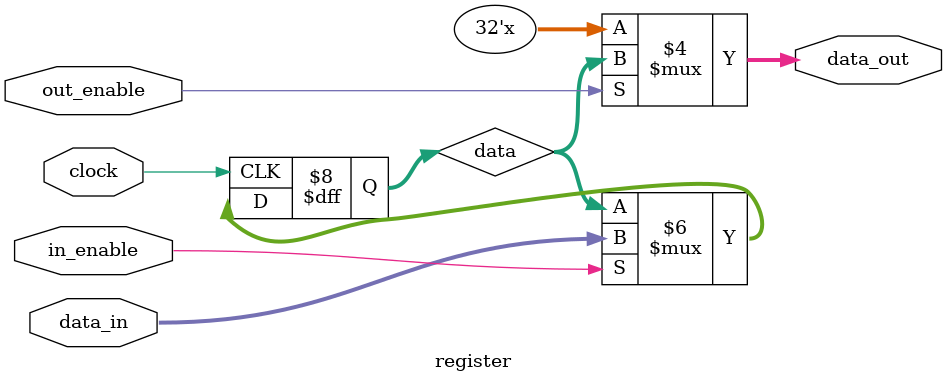
<source format=v>
module register(clock, data_in, in_enable, out_enable, data_out);

input clock;
input [31:0] data_in;
input in_enable;
input out_enable;
output reg [31:0] data_out;

reg [31:0] data;

always @ (posedge clock)
begin
	if (in_enable)
		data <= data_in;
end

always @ (out_enable, data)
begin
	if (out_enable)
		data_out = data;
	else
		data_out = 32'bz;
end

endmodule
</source>
